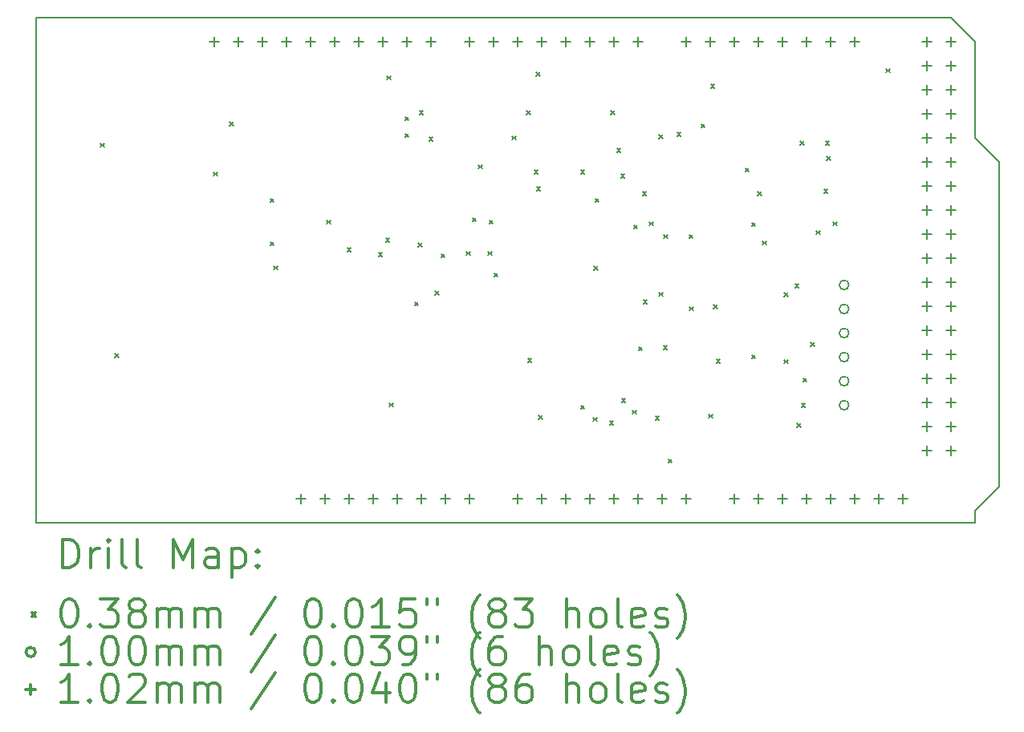
<source format=gbr>
%FSLAX45Y45*%
G04 Gerber Fmt 4.5, Leading zero omitted, Abs format (unit mm)*
G04 Created by KiCad (PCBNEW (5.1.4)-1) date 2020-04-27 13:53:01*
%MOMM*%
%LPD*%
G04 APERTURE LIST*
%ADD10C,0.150000*%
%ADD11C,0.200000*%
%ADD12C,0.300000*%
G04 APERTURE END LIST*
D10*
X20243800Y-12166600D02*
X10337800Y-12166600D01*
X20243800Y-12039600D02*
X20243800Y-12166600D01*
X20497800Y-11785600D02*
X20243800Y-12039600D01*
X20497800Y-8356600D02*
X20497800Y-11785600D01*
X20243800Y-8102600D02*
X20497800Y-8356600D01*
X20243800Y-7086600D02*
X20243800Y-8102600D01*
X19989800Y-6832600D02*
X20243800Y-7086600D01*
X10337800Y-6832600D02*
X19989800Y-6832600D01*
X10337800Y-12166600D02*
X10337800Y-6832600D01*
D11*
X11017250Y-8159750D02*
X11055350Y-8197850D01*
X11055350Y-8159750D02*
X11017250Y-8197850D01*
X11169650Y-10382250D02*
X11207750Y-10420350D01*
X11207750Y-10382250D02*
X11169650Y-10420350D01*
X12211050Y-8464550D02*
X12249150Y-8502650D01*
X12249150Y-8464550D02*
X12211050Y-8502650D01*
X12381230Y-7936230D02*
X12419330Y-7974330D01*
X12419330Y-7936230D02*
X12381230Y-7974330D01*
X12807950Y-8743950D02*
X12846050Y-8782050D01*
X12846050Y-8743950D02*
X12807950Y-8782050D01*
X12807950Y-9201150D02*
X12846050Y-9239250D01*
X12846050Y-9201150D02*
X12807950Y-9239250D01*
X12846050Y-9455150D02*
X12884150Y-9493250D01*
X12884150Y-9455150D02*
X12846050Y-9493250D01*
X13404850Y-8972550D02*
X13442950Y-9010650D01*
X13442950Y-8972550D02*
X13404850Y-9010650D01*
X13620750Y-9264650D02*
X13658850Y-9302750D01*
X13658850Y-9264650D02*
X13620750Y-9302750D01*
X13950950Y-9315450D02*
X13989050Y-9353550D01*
X13989050Y-9315450D02*
X13950950Y-9353550D01*
X14027150Y-9163050D02*
X14065250Y-9201150D01*
X14065250Y-9163050D02*
X14027150Y-9201150D01*
X14039850Y-7448550D02*
X14077950Y-7486650D01*
X14077950Y-7448550D02*
X14039850Y-7486650D01*
X14065250Y-10902950D02*
X14103350Y-10941050D01*
X14103350Y-10902950D02*
X14065250Y-10941050D01*
X14230350Y-7880350D02*
X14268450Y-7918450D01*
X14268450Y-7880350D02*
X14230350Y-7918450D01*
X14230350Y-8058150D02*
X14268450Y-8096250D01*
X14268450Y-8058150D02*
X14230350Y-8096250D01*
X14331950Y-9836150D02*
X14370050Y-9874250D01*
X14370050Y-9836150D02*
X14331950Y-9874250D01*
X14370050Y-9213850D02*
X14408150Y-9251950D01*
X14408150Y-9213850D02*
X14370050Y-9251950D01*
X14382750Y-7816850D02*
X14420850Y-7854950D01*
X14420850Y-7816850D02*
X14382750Y-7854950D01*
X14484350Y-8096250D02*
X14522450Y-8134350D01*
X14522450Y-8096250D02*
X14484350Y-8134350D01*
X14547850Y-9721850D02*
X14585950Y-9759950D01*
X14585950Y-9721850D02*
X14547850Y-9759950D01*
X14611350Y-9328150D02*
X14649450Y-9366250D01*
X14649450Y-9328150D02*
X14611350Y-9366250D01*
X14878050Y-9302750D02*
X14916150Y-9340850D01*
X14916150Y-9302750D02*
X14878050Y-9340850D01*
X14941550Y-8947150D02*
X14979650Y-8985250D01*
X14979650Y-8947150D02*
X14941550Y-8985250D01*
X15005050Y-8388350D02*
X15043150Y-8426450D01*
X15043150Y-8388350D02*
X15005050Y-8426450D01*
X15106650Y-9302750D02*
X15144750Y-9340850D01*
X15144750Y-9302750D02*
X15106650Y-9340850D01*
X15119350Y-8972550D02*
X15157450Y-9010650D01*
X15157450Y-8972550D02*
X15119350Y-9010650D01*
X15170150Y-9531350D02*
X15208250Y-9569450D01*
X15208250Y-9531350D02*
X15170150Y-9569450D01*
X15360650Y-8083550D02*
X15398750Y-8121650D01*
X15398750Y-8083550D02*
X15360650Y-8121650D01*
X15513050Y-7816850D02*
X15551150Y-7854950D01*
X15551150Y-7816850D02*
X15513050Y-7854950D01*
X15525750Y-10433050D02*
X15563850Y-10471150D01*
X15563850Y-10433050D02*
X15525750Y-10471150D01*
X15594330Y-8444230D02*
X15632430Y-8482330D01*
X15632430Y-8444230D02*
X15594330Y-8482330D01*
X15614650Y-7410450D02*
X15652750Y-7448550D01*
X15652750Y-7410450D02*
X15614650Y-7448550D01*
X15617190Y-8622030D02*
X15655290Y-8660130D01*
X15655290Y-8622030D02*
X15617190Y-8660130D01*
X15637510Y-11035030D02*
X15675610Y-11073130D01*
X15675610Y-11035030D02*
X15637510Y-11073130D01*
X16084550Y-8444230D02*
X16122650Y-8482330D01*
X16122650Y-8444230D02*
X16084550Y-8482330D01*
X16084550Y-10928350D02*
X16122650Y-10966450D01*
X16122650Y-10928350D02*
X16084550Y-10966450D01*
X16216630Y-11055350D02*
X16254730Y-11093450D01*
X16254730Y-11055350D02*
X16216630Y-11093450D01*
X16221710Y-9457690D02*
X16259810Y-9495790D01*
X16259810Y-9457690D02*
X16221710Y-9495790D01*
X16236950Y-8743950D02*
X16275050Y-8782050D01*
X16275050Y-8743950D02*
X16236950Y-8782050D01*
X16389350Y-11093450D02*
X16427450Y-11131550D01*
X16427450Y-11093450D02*
X16389350Y-11131550D01*
X16402050Y-7816850D02*
X16440150Y-7854950D01*
X16440150Y-7816850D02*
X16402050Y-7854950D01*
X16463010Y-8213090D02*
X16501110Y-8251190D01*
X16501110Y-8213090D02*
X16463010Y-8251190D01*
X16506190Y-8484870D02*
X16544290Y-8522970D01*
X16544290Y-8484870D02*
X16506190Y-8522970D01*
X16516350Y-10857230D02*
X16554450Y-10895330D01*
X16554450Y-10857230D02*
X16516350Y-10895330D01*
X16630650Y-10979150D02*
X16668750Y-11017250D01*
X16668750Y-10979150D02*
X16630650Y-11017250D01*
X16640810Y-9023350D02*
X16678910Y-9061450D01*
X16678910Y-9023350D02*
X16640810Y-9061450D01*
X16691610Y-10311130D02*
X16729710Y-10349230D01*
X16729710Y-10311130D02*
X16691610Y-10349230D01*
X16734790Y-8670290D02*
X16772890Y-8708390D01*
X16772890Y-8670290D02*
X16734790Y-8708390D01*
X16744950Y-9813290D02*
X16783050Y-9851390D01*
X16783050Y-9813290D02*
X16744950Y-9851390D01*
X16808450Y-8990330D02*
X16846550Y-9028430D01*
X16846550Y-8990330D02*
X16808450Y-9028430D01*
X16869410Y-11042650D02*
X16907510Y-11080750D01*
X16907510Y-11042650D02*
X16869410Y-11080750D01*
X16907510Y-9734550D02*
X16945610Y-9772650D01*
X16945610Y-9734550D02*
X16907510Y-9772650D01*
X16910050Y-8070850D02*
X16948150Y-8108950D01*
X16948150Y-8070850D02*
X16910050Y-8108950D01*
X16955770Y-10298430D02*
X16993870Y-10336530D01*
X16993870Y-10298430D02*
X16955770Y-10336530D01*
X16960850Y-9124950D02*
X16998950Y-9163050D01*
X16998950Y-9124950D02*
X16960850Y-9163050D01*
X17006570Y-11494770D02*
X17044670Y-11532870D01*
X17044670Y-11494770D02*
X17006570Y-11532870D01*
X17100550Y-8045450D02*
X17138650Y-8083550D01*
X17138650Y-8045450D02*
X17100550Y-8083550D01*
X17227550Y-9124950D02*
X17265650Y-9163050D01*
X17265650Y-9124950D02*
X17227550Y-9163050D01*
X17232630Y-9886950D02*
X17270730Y-9925050D01*
X17270730Y-9886950D02*
X17232630Y-9925050D01*
X17354550Y-7956550D02*
X17392650Y-7994650D01*
X17392650Y-7956550D02*
X17354550Y-7994650D01*
X17433290Y-11019790D02*
X17471390Y-11057890D01*
X17471390Y-11019790D02*
X17433290Y-11057890D01*
X17456150Y-7537450D02*
X17494250Y-7575550D01*
X17494250Y-7537450D02*
X17456150Y-7575550D01*
X17486630Y-9864090D02*
X17524730Y-9902190D01*
X17524730Y-9864090D02*
X17486630Y-9902190D01*
X17514570Y-10440670D02*
X17552670Y-10478770D01*
X17552670Y-10440670D02*
X17514570Y-10478770D01*
X17819370Y-8421370D02*
X17857470Y-8459470D01*
X17857470Y-8421370D02*
X17819370Y-8459470D01*
X17887950Y-8997950D02*
X17926050Y-9036050D01*
X17926050Y-8997950D02*
X17887950Y-9036050D01*
X17887950Y-10394950D02*
X17926050Y-10433050D01*
X17926050Y-10394950D02*
X17887950Y-10433050D01*
X17951450Y-8670290D02*
X17989550Y-8708390D01*
X17989550Y-8670290D02*
X17951450Y-8708390D01*
X18002202Y-9190942D02*
X18040302Y-9229042D01*
X18040302Y-9190942D02*
X18002202Y-9229042D01*
X18229467Y-9736953D02*
X18267567Y-9775053D01*
X18267567Y-9736953D02*
X18229467Y-9775053D01*
X18230850Y-10445750D02*
X18268950Y-10483850D01*
X18268950Y-10445750D02*
X18230850Y-10483850D01*
X18342610Y-9643110D02*
X18380710Y-9681210D01*
X18380710Y-9643110D02*
X18342610Y-9681210D01*
X18365470Y-11118850D02*
X18403570Y-11156950D01*
X18403570Y-11118850D02*
X18365470Y-11156950D01*
X18401030Y-8139430D02*
X18439130Y-8177530D01*
X18439130Y-8139430D02*
X18401030Y-8177530D01*
X18413730Y-10908030D02*
X18451830Y-10946130D01*
X18451830Y-10908030D02*
X18413730Y-10946130D01*
X18428970Y-10638790D02*
X18467070Y-10676890D01*
X18467070Y-10638790D02*
X18428970Y-10676890D01*
X18507710Y-10262870D02*
X18545810Y-10300970D01*
X18545810Y-10262870D02*
X18507710Y-10300970D01*
X18570570Y-9081770D02*
X18608670Y-9119870D01*
X18608670Y-9081770D02*
X18570570Y-9119870D01*
X18649950Y-8644890D02*
X18688050Y-8682990D01*
X18688050Y-8644890D02*
X18649950Y-8682990D01*
X18667730Y-8136890D02*
X18705830Y-8174990D01*
X18705830Y-8136890D02*
X18667730Y-8174990D01*
X18677890Y-8296910D02*
X18715990Y-8335010D01*
X18715990Y-8296910D02*
X18677890Y-8335010D01*
X18744950Y-8986770D02*
X18783050Y-9024870D01*
X18783050Y-8986770D02*
X18744950Y-9024870D01*
X19305270Y-7369810D02*
X19343370Y-7407910D01*
X19343370Y-7369810D02*
X19305270Y-7407910D01*
X18912040Y-9654540D02*
G75*
G03X18912040Y-9654540I-50000J0D01*
G01*
X18912040Y-9908540D02*
G75*
G03X18912040Y-9908540I-50000J0D01*
G01*
X18912040Y-10162540D02*
G75*
G03X18912040Y-10162540I-50000J0D01*
G01*
X18912040Y-10416540D02*
G75*
G03X18912040Y-10416540I-50000J0D01*
G01*
X18912040Y-10670540D02*
G75*
G03X18912040Y-10670540I-50000J0D01*
G01*
X18912040Y-10924540D02*
G75*
G03X18912040Y-10924540I-50000J0D01*
G01*
X15417800Y-11861800D02*
X15417800Y-11963400D01*
X15367000Y-11912600D02*
X15468600Y-11912600D01*
X15671800Y-11861800D02*
X15671800Y-11963400D01*
X15621000Y-11912600D02*
X15722600Y-11912600D01*
X15925800Y-11861800D02*
X15925800Y-11963400D01*
X15875000Y-11912600D02*
X15976600Y-11912600D01*
X16179800Y-11861800D02*
X16179800Y-11963400D01*
X16129000Y-11912600D02*
X16230600Y-11912600D01*
X16433800Y-11861800D02*
X16433800Y-11963400D01*
X16383000Y-11912600D02*
X16484600Y-11912600D01*
X16687800Y-11861800D02*
X16687800Y-11963400D01*
X16637000Y-11912600D02*
X16738600Y-11912600D01*
X16941800Y-11861800D02*
X16941800Y-11963400D01*
X16891000Y-11912600D02*
X16992600Y-11912600D01*
X17195800Y-11861800D02*
X17195800Y-11963400D01*
X17145000Y-11912600D02*
X17246600Y-11912600D01*
X17195800Y-7035800D02*
X17195800Y-7137400D01*
X17145000Y-7086600D02*
X17246600Y-7086600D01*
X17449800Y-7035800D02*
X17449800Y-7137400D01*
X17399000Y-7086600D02*
X17500600Y-7086600D01*
X17703800Y-7035800D02*
X17703800Y-7137400D01*
X17653000Y-7086600D02*
X17754600Y-7086600D01*
X17957800Y-7035800D02*
X17957800Y-7137400D01*
X17907000Y-7086600D02*
X18008600Y-7086600D01*
X18211800Y-7035800D02*
X18211800Y-7137400D01*
X18161000Y-7086600D02*
X18262600Y-7086600D01*
X18465800Y-7035800D02*
X18465800Y-7137400D01*
X18415000Y-7086600D02*
X18516600Y-7086600D01*
X18719800Y-7035800D02*
X18719800Y-7137400D01*
X18669000Y-7086600D02*
X18770600Y-7086600D01*
X18973800Y-7035800D02*
X18973800Y-7137400D01*
X18923000Y-7086600D02*
X19024600Y-7086600D01*
X17703800Y-11861800D02*
X17703800Y-11963400D01*
X17653000Y-11912600D02*
X17754600Y-11912600D01*
X17957800Y-11861800D02*
X17957800Y-11963400D01*
X17907000Y-11912600D02*
X18008600Y-11912600D01*
X18211800Y-11861800D02*
X18211800Y-11963400D01*
X18161000Y-11912600D02*
X18262600Y-11912600D01*
X18465800Y-11861800D02*
X18465800Y-11963400D01*
X18415000Y-11912600D02*
X18516600Y-11912600D01*
X18719800Y-11861800D02*
X18719800Y-11963400D01*
X18669000Y-11912600D02*
X18770600Y-11912600D01*
X18973800Y-11861800D02*
X18973800Y-11963400D01*
X18923000Y-11912600D02*
X19024600Y-11912600D01*
X19227800Y-11861800D02*
X19227800Y-11963400D01*
X19177000Y-11912600D02*
X19278600Y-11912600D01*
X19481800Y-11861800D02*
X19481800Y-11963400D01*
X19431000Y-11912600D02*
X19532600Y-11912600D01*
X19735800Y-7035800D02*
X19735800Y-7137400D01*
X19685000Y-7086600D02*
X19786600Y-7086600D01*
X19735800Y-7289800D02*
X19735800Y-7391400D01*
X19685000Y-7340600D02*
X19786600Y-7340600D01*
X19735800Y-7543800D02*
X19735800Y-7645400D01*
X19685000Y-7594600D02*
X19786600Y-7594600D01*
X19735800Y-7797800D02*
X19735800Y-7899400D01*
X19685000Y-7848600D02*
X19786600Y-7848600D01*
X19735800Y-8051800D02*
X19735800Y-8153400D01*
X19685000Y-8102600D02*
X19786600Y-8102600D01*
X19735800Y-8305800D02*
X19735800Y-8407400D01*
X19685000Y-8356600D02*
X19786600Y-8356600D01*
X19735800Y-8559800D02*
X19735800Y-8661400D01*
X19685000Y-8610600D02*
X19786600Y-8610600D01*
X19735800Y-8813800D02*
X19735800Y-8915400D01*
X19685000Y-8864600D02*
X19786600Y-8864600D01*
X19735800Y-9067800D02*
X19735800Y-9169400D01*
X19685000Y-9118600D02*
X19786600Y-9118600D01*
X19735800Y-9321800D02*
X19735800Y-9423400D01*
X19685000Y-9372600D02*
X19786600Y-9372600D01*
X19735800Y-9575800D02*
X19735800Y-9677400D01*
X19685000Y-9626600D02*
X19786600Y-9626600D01*
X19735800Y-9829800D02*
X19735800Y-9931400D01*
X19685000Y-9880600D02*
X19786600Y-9880600D01*
X19735800Y-10083800D02*
X19735800Y-10185400D01*
X19685000Y-10134600D02*
X19786600Y-10134600D01*
X19735800Y-10337800D02*
X19735800Y-10439400D01*
X19685000Y-10388600D02*
X19786600Y-10388600D01*
X19735800Y-10591800D02*
X19735800Y-10693400D01*
X19685000Y-10642600D02*
X19786600Y-10642600D01*
X19735800Y-10845800D02*
X19735800Y-10947400D01*
X19685000Y-10896600D02*
X19786600Y-10896600D01*
X19735800Y-11099800D02*
X19735800Y-11201400D01*
X19685000Y-11150600D02*
X19786600Y-11150600D01*
X19735800Y-11353800D02*
X19735800Y-11455400D01*
X19685000Y-11404600D02*
X19786600Y-11404600D01*
X19989800Y-7035800D02*
X19989800Y-7137400D01*
X19939000Y-7086600D02*
X20040600Y-7086600D01*
X19989800Y-7289800D02*
X19989800Y-7391400D01*
X19939000Y-7340600D02*
X20040600Y-7340600D01*
X19989800Y-7543800D02*
X19989800Y-7645400D01*
X19939000Y-7594600D02*
X20040600Y-7594600D01*
X19989800Y-7797800D02*
X19989800Y-7899400D01*
X19939000Y-7848600D02*
X20040600Y-7848600D01*
X19989800Y-8051800D02*
X19989800Y-8153400D01*
X19939000Y-8102600D02*
X20040600Y-8102600D01*
X19989800Y-8305800D02*
X19989800Y-8407400D01*
X19939000Y-8356600D02*
X20040600Y-8356600D01*
X19989800Y-8559800D02*
X19989800Y-8661400D01*
X19939000Y-8610600D02*
X20040600Y-8610600D01*
X19989800Y-8813800D02*
X19989800Y-8915400D01*
X19939000Y-8864600D02*
X20040600Y-8864600D01*
X19989800Y-9067800D02*
X19989800Y-9169400D01*
X19939000Y-9118600D02*
X20040600Y-9118600D01*
X19989800Y-9321800D02*
X19989800Y-9423400D01*
X19939000Y-9372600D02*
X20040600Y-9372600D01*
X19989800Y-9575800D02*
X19989800Y-9677400D01*
X19939000Y-9626600D02*
X20040600Y-9626600D01*
X19989800Y-9829800D02*
X19989800Y-9931400D01*
X19939000Y-9880600D02*
X20040600Y-9880600D01*
X19989800Y-10083800D02*
X19989800Y-10185400D01*
X19939000Y-10134600D02*
X20040600Y-10134600D01*
X19989800Y-10337800D02*
X19989800Y-10439400D01*
X19939000Y-10388600D02*
X20040600Y-10388600D01*
X19989800Y-10591800D02*
X19989800Y-10693400D01*
X19939000Y-10642600D02*
X20040600Y-10642600D01*
X19989800Y-10845800D02*
X19989800Y-10947400D01*
X19939000Y-10896600D02*
X20040600Y-10896600D01*
X19989800Y-11099800D02*
X19989800Y-11201400D01*
X19939000Y-11150600D02*
X20040600Y-11150600D01*
X19989800Y-11353800D02*
X19989800Y-11455400D01*
X19939000Y-11404600D02*
X20040600Y-11404600D01*
X14909800Y-7035800D02*
X14909800Y-7137400D01*
X14859000Y-7086600D02*
X14960600Y-7086600D01*
X15163800Y-7035800D02*
X15163800Y-7137400D01*
X15113000Y-7086600D02*
X15214600Y-7086600D01*
X15417800Y-7035800D02*
X15417800Y-7137400D01*
X15367000Y-7086600D02*
X15468600Y-7086600D01*
X15671800Y-7035800D02*
X15671800Y-7137400D01*
X15621000Y-7086600D02*
X15722600Y-7086600D01*
X15925800Y-7035800D02*
X15925800Y-7137400D01*
X15875000Y-7086600D02*
X15976600Y-7086600D01*
X16179800Y-7035800D02*
X16179800Y-7137400D01*
X16129000Y-7086600D02*
X16230600Y-7086600D01*
X16433800Y-7035800D02*
X16433800Y-7137400D01*
X16383000Y-7086600D02*
X16484600Y-7086600D01*
X16687800Y-7035800D02*
X16687800Y-7137400D01*
X16637000Y-7086600D02*
X16738600Y-7086600D01*
X13131800Y-11861800D02*
X13131800Y-11963400D01*
X13081000Y-11912600D02*
X13182600Y-11912600D01*
X13385800Y-11861800D02*
X13385800Y-11963400D01*
X13335000Y-11912600D02*
X13436600Y-11912600D01*
X13639800Y-11861800D02*
X13639800Y-11963400D01*
X13589000Y-11912600D02*
X13690600Y-11912600D01*
X13893800Y-11861800D02*
X13893800Y-11963400D01*
X13843000Y-11912600D02*
X13944600Y-11912600D01*
X14147800Y-11861800D02*
X14147800Y-11963400D01*
X14097000Y-11912600D02*
X14198600Y-11912600D01*
X14401800Y-11861800D02*
X14401800Y-11963400D01*
X14351000Y-11912600D02*
X14452600Y-11912600D01*
X14655800Y-11861800D02*
X14655800Y-11963400D01*
X14605000Y-11912600D02*
X14706600Y-11912600D01*
X14909800Y-11861800D02*
X14909800Y-11963400D01*
X14859000Y-11912600D02*
X14960600Y-11912600D01*
X12217400Y-7035800D02*
X12217400Y-7137400D01*
X12166600Y-7086600D02*
X12268200Y-7086600D01*
X12471400Y-7035800D02*
X12471400Y-7137400D01*
X12420600Y-7086600D02*
X12522200Y-7086600D01*
X12725400Y-7035800D02*
X12725400Y-7137400D01*
X12674600Y-7086600D02*
X12776200Y-7086600D01*
X12979400Y-7035800D02*
X12979400Y-7137400D01*
X12928600Y-7086600D02*
X13030200Y-7086600D01*
X13233400Y-7035800D02*
X13233400Y-7137400D01*
X13182600Y-7086600D02*
X13284200Y-7086600D01*
X13487400Y-7035800D02*
X13487400Y-7137400D01*
X13436600Y-7086600D02*
X13538200Y-7086600D01*
X13741400Y-7035800D02*
X13741400Y-7137400D01*
X13690600Y-7086600D02*
X13792200Y-7086600D01*
X13995400Y-7035800D02*
X13995400Y-7137400D01*
X13944600Y-7086600D02*
X14046200Y-7086600D01*
X14249400Y-7035800D02*
X14249400Y-7137400D01*
X14198600Y-7086600D02*
X14300200Y-7086600D01*
X14503400Y-7035800D02*
X14503400Y-7137400D01*
X14452600Y-7086600D02*
X14554200Y-7086600D01*
D12*
X10616728Y-12639814D02*
X10616728Y-12339814D01*
X10688157Y-12339814D01*
X10731014Y-12354100D01*
X10759586Y-12382671D01*
X10773871Y-12411243D01*
X10788157Y-12468386D01*
X10788157Y-12511243D01*
X10773871Y-12568386D01*
X10759586Y-12596957D01*
X10731014Y-12625529D01*
X10688157Y-12639814D01*
X10616728Y-12639814D01*
X10916728Y-12639814D02*
X10916728Y-12439814D01*
X10916728Y-12496957D02*
X10931014Y-12468386D01*
X10945300Y-12454100D01*
X10973871Y-12439814D01*
X11002443Y-12439814D01*
X11102443Y-12639814D02*
X11102443Y-12439814D01*
X11102443Y-12339814D02*
X11088157Y-12354100D01*
X11102443Y-12368386D01*
X11116728Y-12354100D01*
X11102443Y-12339814D01*
X11102443Y-12368386D01*
X11288157Y-12639814D02*
X11259586Y-12625529D01*
X11245300Y-12596957D01*
X11245300Y-12339814D01*
X11445300Y-12639814D02*
X11416728Y-12625529D01*
X11402443Y-12596957D01*
X11402443Y-12339814D01*
X11788157Y-12639814D02*
X11788157Y-12339814D01*
X11888157Y-12554100D01*
X11988157Y-12339814D01*
X11988157Y-12639814D01*
X12259586Y-12639814D02*
X12259586Y-12482671D01*
X12245300Y-12454100D01*
X12216728Y-12439814D01*
X12159586Y-12439814D01*
X12131014Y-12454100D01*
X12259586Y-12625529D02*
X12231014Y-12639814D01*
X12159586Y-12639814D01*
X12131014Y-12625529D01*
X12116728Y-12596957D01*
X12116728Y-12568386D01*
X12131014Y-12539814D01*
X12159586Y-12525529D01*
X12231014Y-12525529D01*
X12259586Y-12511243D01*
X12402443Y-12439814D02*
X12402443Y-12739814D01*
X12402443Y-12454100D02*
X12431014Y-12439814D01*
X12488157Y-12439814D01*
X12516728Y-12454100D01*
X12531014Y-12468386D01*
X12545300Y-12496957D01*
X12545300Y-12582671D01*
X12531014Y-12611243D01*
X12516728Y-12625529D01*
X12488157Y-12639814D01*
X12431014Y-12639814D01*
X12402443Y-12625529D01*
X12673871Y-12611243D02*
X12688157Y-12625529D01*
X12673871Y-12639814D01*
X12659586Y-12625529D01*
X12673871Y-12611243D01*
X12673871Y-12639814D01*
X12673871Y-12454100D02*
X12688157Y-12468386D01*
X12673871Y-12482671D01*
X12659586Y-12468386D01*
X12673871Y-12454100D01*
X12673871Y-12482671D01*
X10292200Y-13115050D02*
X10330300Y-13153150D01*
X10330300Y-13115050D02*
X10292200Y-13153150D01*
X10673871Y-12969814D02*
X10702443Y-12969814D01*
X10731014Y-12984100D01*
X10745300Y-12998386D01*
X10759586Y-13026957D01*
X10773871Y-13084100D01*
X10773871Y-13155529D01*
X10759586Y-13212671D01*
X10745300Y-13241243D01*
X10731014Y-13255529D01*
X10702443Y-13269814D01*
X10673871Y-13269814D01*
X10645300Y-13255529D01*
X10631014Y-13241243D01*
X10616728Y-13212671D01*
X10602443Y-13155529D01*
X10602443Y-13084100D01*
X10616728Y-13026957D01*
X10631014Y-12998386D01*
X10645300Y-12984100D01*
X10673871Y-12969814D01*
X10902443Y-13241243D02*
X10916728Y-13255529D01*
X10902443Y-13269814D01*
X10888157Y-13255529D01*
X10902443Y-13241243D01*
X10902443Y-13269814D01*
X11016728Y-12969814D02*
X11202443Y-12969814D01*
X11102443Y-13084100D01*
X11145300Y-13084100D01*
X11173871Y-13098386D01*
X11188157Y-13112671D01*
X11202443Y-13141243D01*
X11202443Y-13212671D01*
X11188157Y-13241243D01*
X11173871Y-13255529D01*
X11145300Y-13269814D01*
X11059586Y-13269814D01*
X11031014Y-13255529D01*
X11016728Y-13241243D01*
X11373871Y-13098386D02*
X11345300Y-13084100D01*
X11331014Y-13069814D01*
X11316728Y-13041243D01*
X11316728Y-13026957D01*
X11331014Y-12998386D01*
X11345300Y-12984100D01*
X11373871Y-12969814D01*
X11431014Y-12969814D01*
X11459586Y-12984100D01*
X11473871Y-12998386D01*
X11488157Y-13026957D01*
X11488157Y-13041243D01*
X11473871Y-13069814D01*
X11459586Y-13084100D01*
X11431014Y-13098386D01*
X11373871Y-13098386D01*
X11345300Y-13112671D01*
X11331014Y-13126957D01*
X11316728Y-13155529D01*
X11316728Y-13212671D01*
X11331014Y-13241243D01*
X11345300Y-13255529D01*
X11373871Y-13269814D01*
X11431014Y-13269814D01*
X11459586Y-13255529D01*
X11473871Y-13241243D01*
X11488157Y-13212671D01*
X11488157Y-13155529D01*
X11473871Y-13126957D01*
X11459586Y-13112671D01*
X11431014Y-13098386D01*
X11616728Y-13269814D02*
X11616728Y-13069814D01*
X11616728Y-13098386D02*
X11631014Y-13084100D01*
X11659586Y-13069814D01*
X11702443Y-13069814D01*
X11731014Y-13084100D01*
X11745300Y-13112671D01*
X11745300Y-13269814D01*
X11745300Y-13112671D02*
X11759586Y-13084100D01*
X11788157Y-13069814D01*
X11831014Y-13069814D01*
X11859586Y-13084100D01*
X11873871Y-13112671D01*
X11873871Y-13269814D01*
X12016728Y-13269814D02*
X12016728Y-13069814D01*
X12016728Y-13098386D02*
X12031014Y-13084100D01*
X12059586Y-13069814D01*
X12102443Y-13069814D01*
X12131014Y-13084100D01*
X12145300Y-13112671D01*
X12145300Y-13269814D01*
X12145300Y-13112671D02*
X12159586Y-13084100D01*
X12188157Y-13069814D01*
X12231014Y-13069814D01*
X12259586Y-13084100D01*
X12273871Y-13112671D01*
X12273871Y-13269814D01*
X12859586Y-12955529D02*
X12602443Y-13341243D01*
X13245300Y-12969814D02*
X13273871Y-12969814D01*
X13302443Y-12984100D01*
X13316728Y-12998386D01*
X13331014Y-13026957D01*
X13345300Y-13084100D01*
X13345300Y-13155529D01*
X13331014Y-13212671D01*
X13316728Y-13241243D01*
X13302443Y-13255529D01*
X13273871Y-13269814D01*
X13245300Y-13269814D01*
X13216728Y-13255529D01*
X13202443Y-13241243D01*
X13188157Y-13212671D01*
X13173871Y-13155529D01*
X13173871Y-13084100D01*
X13188157Y-13026957D01*
X13202443Y-12998386D01*
X13216728Y-12984100D01*
X13245300Y-12969814D01*
X13473871Y-13241243D02*
X13488157Y-13255529D01*
X13473871Y-13269814D01*
X13459586Y-13255529D01*
X13473871Y-13241243D01*
X13473871Y-13269814D01*
X13673871Y-12969814D02*
X13702443Y-12969814D01*
X13731014Y-12984100D01*
X13745300Y-12998386D01*
X13759586Y-13026957D01*
X13773871Y-13084100D01*
X13773871Y-13155529D01*
X13759586Y-13212671D01*
X13745300Y-13241243D01*
X13731014Y-13255529D01*
X13702443Y-13269814D01*
X13673871Y-13269814D01*
X13645300Y-13255529D01*
X13631014Y-13241243D01*
X13616728Y-13212671D01*
X13602443Y-13155529D01*
X13602443Y-13084100D01*
X13616728Y-13026957D01*
X13631014Y-12998386D01*
X13645300Y-12984100D01*
X13673871Y-12969814D01*
X14059586Y-13269814D02*
X13888157Y-13269814D01*
X13973871Y-13269814D02*
X13973871Y-12969814D01*
X13945300Y-13012671D01*
X13916728Y-13041243D01*
X13888157Y-13055529D01*
X14331014Y-12969814D02*
X14188157Y-12969814D01*
X14173871Y-13112671D01*
X14188157Y-13098386D01*
X14216728Y-13084100D01*
X14288157Y-13084100D01*
X14316728Y-13098386D01*
X14331014Y-13112671D01*
X14345300Y-13141243D01*
X14345300Y-13212671D01*
X14331014Y-13241243D01*
X14316728Y-13255529D01*
X14288157Y-13269814D01*
X14216728Y-13269814D01*
X14188157Y-13255529D01*
X14173871Y-13241243D01*
X14459586Y-12969814D02*
X14459586Y-13026957D01*
X14573871Y-12969814D02*
X14573871Y-13026957D01*
X15016728Y-13384100D02*
X15002443Y-13369814D01*
X14973871Y-13326957D01*
X14959586Y-13298386D01*
X14945300Y-13255529D01*
X14931014Y-13184100D01*
X14931014Y-13126957D01*
X14945300Y-13055529D01*
X14959586Y-13012671D01*
X14973871Y-12984100D01*
X15002443Y-12941243D01*
X15016728Y-12926957D01*
X15173871Y-13098386D02*
X15145300Y-13084100D01*
X15131014Y-13069814D01*
X15116728Y-13041243D01*
X15116728Y-13026957D01*
X15131014Y-12998386D01*
X15145300Y-12984100D01*
X15173871Y-12969814D01*
X15231014Y-12969814D01*
X15259586Y-12984100D01*
X15273871Y-12998386D01*
X15288157Y-13026957D01*
X15288157Y-13041243D01*
X15273871Y-13069814D01*
X15259586Y-13084100D01*
X15231014Y-13098386D01*
X15173871Y-13098386D01*
X15145300Y-13112671D01*
X15131014Y-13126957D01*
X15116728Y-13155529D01*
X15116728Y-13212671D01*
X15131014Y-13241243D01*
X15145300Y-13255529D01*
X15173871Y-13269814D01*
X15231014Y-13269814D01*
X15259586Y-13255529D01*
X15273871Y-13241243D01*
X15288157Y-13212671D01*
X15288157Y-13155529D01*
X15273871Y-13126957D01*
X15259586Y-13112671D01*
X15231014Y-13098386D01*
X15388157Y-12969814D02*
X15573871Y-12969814D01*
X15473871Y-13084100D01*
X15516728Y-13084100D01*
X15545300Y-13098386D01*
X15559586Y-13112671D01*
X15573871Y-13141243D01*
X15573871Y-13212671D01*
X15559586Y-13241243D01*
X15545300Y-13255529D01*
X15516728Y-13269814D01*
X15431014Y-13269814D01*
X15402443Y-13255529D01*
X15388157Y-13241243D01*
X15931014Y-13269814D02*
X15931014Y-12969814D01*
X16059586Y-13269814D02*
X16059586Y-13112671D01*
X16045300Y-13084100D01*
X16016728Y-13069814D01*
X15973871Y-13069814D01*
X15945300Y-13084100D01*
X15931014Y-13098386D01*
X16245300Y-13269814D02*
X16216728Y-13255529D01*
X16202443Y-13241243D01*
X16188157Y-13212671D01*
X16188157Y-13126957D01*
X16202443Y-13098386D01*
X16216728Y-13084100D01*
X16245300Y-13069814D01*
X16288157Y-13069814D01*
X16316728Y-13084100D01*
X16331014Y-13098386D01*
X16345300Y-13126957D01*
X16345300Y-13212671D01*
X16331014Y-13241243D01*
X16316728Y-13255529D01*
X16288157Y-13269814D01*
X16245300Y-13269814D01*
X16516728Y-13269814D02*
X16488157Y-13255529D01*
X16473871Y-13226957D01*
X16473871Y-12969814D01*
X16745300Y-13255529D02*
X16716728Y-13269814D01*
X16659586Y-13269814D01*
X16631014Y-13255529D01*
X16616728Y-13226957D01*
X16616728Y-13112671D01*
X16631014Y-13084100D01*
X16659586Y-13069814D01*
X16716728Y-13069814D01*
X16745300Y-13084100D01*
X16759586Y-13112671D01*
X16759586Y-13141243D01*
X16616728Y-13169814D01*
X16873871Y-13255529D02*
X16902443Y-13269814D01*
X16959586Y-13269814D01*
X16988157Y-13255529D01*
X17002443Y-13226957D01*
X17002443Y-13212671D01*
X16988157Y-13184100D01*
X16959586Y-13169814D01*
X16916728Y-13169814D01*
X16888157Y-13155529D01*
X16873871Y-13126957D01*
X16873871Y-13112671D01*
X16888157Y-13084100D01*
X16916728Y-13069814D01*
X16959586Y-13069814D01*
X16988157Y-13084100D01*
X17102443Y-13384100D02*
X17116728Y-13369814D01*
X17145300Y-13326957D01*
X17159586Y-13298386D01*
X17173871Y-13255529D01*
X17188157Y-13184100D01*
X17188157Y-13126957D01*
X17173871Y-13055529D01*
X17159586Y-13012671D01*
X17145300Y-12984100D01*
X17116728Y-12941243D01*
X17102443Y-12926957D01*
X10330300Y-13530100D02*
G75*
G03X10330300Y-13530100I-50000J0D01*
G01*
X10773871Y-13665814D02*
X10602443Y-13665814D01*
X10688157Y-13665814D02*
X10688157Y-13365814D01*
X10659586Y-13408671D01*
X10631014Y-13437243D01*
X10602443Y-13451529D01*
X10902443Y-13637243D02*
X10916728Y-13651529D01*
X10902443Y-13665814D01*
X10888157Y-13651529D01*
X10902443Y-13637243D01*
X10902443Y-13665814D01*
X11102443Y-13365814D02*
X11131014Y-13365814D01*
X11159586Y-13380100D01*
X11173871Y-13394386D01*
X11188157Y-13422957D01*
X11202443Y-13480100D01*
X11202443Y-13551529D01*
X11188157Y-13608671D01*
X11173871Y-13637243D01*
X11159586Y-13651529D01*
X11131014Y-13665814D01*
X11102443Y-13665814D01*
X11073871Y-13651529D01*
X11059586Y-13637243D01*
X11045300Y-13608671D01*
X11031014Y-13551529D01*
X11031014Y-13480100D01*
X11045300Y-13422957D01*
X11059586Y-13394386D01*
X11073871Y-13380100D01*
X11102443Y-13365814D01*
X11388157Y-13365814D02*
X11416728Y-13365814D01*
X11445300Y-13380100D01*
X11459586Y-13394386D01*
X11473871Y-13422957D01*
X11488157Y-13480100D01*
X11488157Y-13551529D01*
X11473871Y-13608671D01*
X11459586Y-13637243D01*
X11445300Y-13651529D01*
X11416728Y-13665814D01*
X11388157Y-13665814D01*
X11359586Y-13651529D01*
X11345300Y-13637243D01*
X11331014Y-13608671D01*
X11316728Y-13551529D01*
X11316728Y-13480100D01*
X11331014Y-13422957D01*
X11345300Y-13394386D01*
X11359586Y-13380100D01*
X11388157Y-13365814D01*
X11616728Y-13665814D02*
X11616728Y-13465814D01*
X11616728Y-13494386D02*
X11631014Y-13480100D01*
X11659586Y-13465814D01*
X11702443Y-13465814D01*
X11731014Y-13480100D01*
X11745300Y-13508671D01*
X11745300Y-13665814D01*
X11745300Y-13508671D02*
X11759586Y-13480100D01*
X11788157Y-13465814D01*
X11831014Y-13465814D01*
X11859586Y-13480100D01*
X11873871Y-13508671D01*
X11873871Y-13665814D01*
X12016728Y-13665814D02*
X12016728Y-13465814D01*
X12016728Y-13494386D02*
X12031014Y-13480100D01*
X12059586Y-13465814D01*
X12102443Y-13465814D01*
X12131014Y-13480100D01*
X12145300Y-13508671D01*
X12145300Y-13665814D01*
X12145300Y-13508671D02*
X12159586Y-13480100D01*
X12188157Y-13465814D01*
X12231014Y-13465814D01*
X12259586Y-13480100D01*
X12273871Y-13508671D01*
X12273871Y-13665814D01*
X12859586Y-13351529D02*
X12602443Y-13737243D01*
X13245300Y-13365814D02*
X13273871Y-13365814D01*
X13302443Y-13380100D01*
X13316728Y-13394386D01*
X13331014Y-13422957D01*
X13345300Y-13480100D01*
X13345300Y-13551529D01*
X13331014Y-13608671D01*
X13316728Y-13637243D01*
X13302443Y-13651529D01*
X13273871Y-13665814D01*
X13245300Y-13665814D01*
X13216728Y-13651529D01*
X13202443Y-13637243D01*
X13188157Y-13608671D01*
X13173871Y-13551529D01*
X13173871Y-13480100D01*
X13188157Y-13422957D01*
X13202443Y-13394386D01*
X13216728Y-13380100D01*
X13245300Y-13365814D01*
X13473871Y-13637243D02*
X13488157Y-13651529D01*
X13473871Y-13665814D01*
X13459586Y-13651529D01*
X13473871Y-13637243D01*
X13473871Y-13665814D01*
X13673871Y-13365814D02*
X13702443Y-13365814D01*
X13731014Y-13380100D01*
X13745300Y-13394386D01*
X13759586Y-13422957D01*
X13773871Y-13480100D01*
X13773871Y-13551529D01*
X13759586Y-13608671D01*
X13745300Y-13637243D01*
X13731014Y-13651529D01*
X13702443Y-13665814D01*
X13673871Y-13665814D01*
X13645300Y-13651529D01*
X13631014Y-13637243D01*
X13616728Y-13608671D01*
X13602443Y-13551529D01*
X13602443Y-13480100D01*
X13616728Y-13422957D01*
X13631014Y-13394386D01*
X13645300Y-13380100D01*
X13673871Y-13365814D01*
X13873871Y-13365814D02*
X14059586Y-13365814D01*
X13959586Y-13480100D01*
X14002443Y-13480100D01*
X14031014Y-13494386D01*
X14045300Y-13508671D01*
X14059586Y-13537243D01*
X14059586Y-13608671D01*
X14045300Y-13637243D01*
X14031014Y-13651529D01*
X14002443Y-13665814D01*
X13916728Y-13665814D01*
X13888157Y-13651529D01*
X13873871Y-13637243D01*
X14202443Y-13665814D02*
X14259586Y-13665814D01*
X14288157Y-13651529D01*
X14302443Y-13637243D01*
X14331014Y-13594386D01*
X14345300Y-13537243D01*
X14345300Y-13422957D01*
X14331014Y-13394386D01*
X14316728Y-13380100D01*
X14288157Y-13365814D01*
X14231014Y-13365814D01*
X14202443Y-13380100D01*
X14188157Y-13394386D01*
X14173871Y-13422957D01*
X14173871Y-13494386D01*
X14188157Y-13522957D01*
X14202443Y-13537243D01*
X14231014Y-13551529D01*
X14288157Y-13551529D01*
X14316728Y-13537243D01*
X14331014Y-13522957D01*
X14345300Y-13494386D01*
X14459586Y-13365814D02*
X14459586Y-13422957D01*
X14573871Y-13365814D02*
X14573871Y-13422957D01*
X15016728Y-13780100D02*
X15002443Y-13765814D01*
X14973871Y-13722957D01*
X14959586Y-13694386D01*
X14945300Y-13651529D01*
X14931014Y-13580100D01*
X14931014Y-13522957D01*
X14945300Y-13451529D01*
X14959586Y-13408671D01*
X14973871Y-13380100D01*
X15002443Y-13337243D01*
X15016728Y-13322957D01*
X15259586Y-13365814D02*
X15202443Y-13365814D01*
X15173871Y-13380100D01*
X15159586Y-13394386D01*
X15131014Y-13437243D01*
X15116728Y-13494386D01*
X15116728Y-13608671D01*
X15131014Y-13637243D01*
X15145300Y-13651529D01*
X15173871Y-13665814D01*
X15231014Y-13665814D01*
X15259586Y-13651529D01*
X15273871Y-13637243D01*
X15288157Y-13608671D01*
X15288157Y-13537243D01*
X15273871Y-13508671D01*
X15259586Y-13494386D01*
X15231014Y-13480100D01*
X15173871Y-13480100D01*
X15145300Y-13494386D01*
X15131014Y-13508671D01*
X15116728Y-13537243D01*
X15645300Y-13665814D02*
X15645300Y-13365814D01*
X15773871Y-13665814D02*
X15773871Y-13508671D01*
X15759586Y-13480100D01*
X15731014Y-13465814D01*
X15688157Y-13465814D01*
X15659586Y-13480100D01*
X15645300Y-13494386D01*
X15959586Y-13665814D02*
X15931014Y-13651529D01*
X15916728Y-13637243D01*
X15902443Y-13608671D01*
X15902443Y-13522957D01*
X15916728Y-13494386D01*
X15931014Y-13480100D01*
X15959586Y-13465814D01*
X16002443Y-13465814D01*
X16031014Y-13480100D01*
X16045300Y-13494386D01*
X16059586Y-13522957D01*
X16059586Y-13608671D01*
X16045300Y-13637243D01*
X16031014Y-13651529D01*
X16002443Y-13665814D01*
X15959586Y-13665814D01*
X16231014Y-13665814D02*
X16202443Y-13651529D01*
X16188157Y-13622957D01*
X16188157Y-13365814D01*
X16459586Y-13651529D02*
X16431014Y-13665814D01*
X16373871Y-13665814D01*
X16345300Y-13651529D01*
X16331014Y-13622957D01*
X16331014Y-13508671D01*
X16345300Y-13480100D01*
X16373871Y-13465814D01*
X16431014Y-13465814D01*
X16459586Y-13480100D01*
X16473871Y-13508671D01*
X16473871Y-13537243D01*
X16331014Y-13565814D01*
X16588157Y-13651529D02*
X16616728Y-13665814D01*
X16673871Y-13665814D01*
X16702443Y-13651529D01*
X16716728Y-13622957D01*
X16716728Y-13608671D01*
X16702443Y-13580100D01*
X16673871Y-13565814D01*
X16631014Y-13565814D01*
X16602443Y-13551529D01*
X16588157Y-13522957D01*
X16588157Y-13508671D01*
X16602443Y-13480100D01*
X16631014Y-13465814D01*
X16673871Y-13465814D01*
X16702443Y-13480100D01*
X16816728Y-13780100D02*
X16831014Y-13765814D01*
X16859586Y-13722957D01*
X16873871Y-13694386D01*
X16888157Y-13651529D01*
X16902443Y-13580100D01*
X16902443Y-13522957D01*
X16888157Y-13451529D01*
X16873871Y-13408671D01*
X16859586Y-13380100D01*
X16831014Y-13337243D01*
X16816728Y-13322957D01*
X10279500Y-13875300D02*
X10279500Y-13976900D01*
X10228700Y-13926100D02*
X10330300Y-13926100D01*
X10773871Y-14061814D02*
X10602443Y-14061814D01*
X10688157Y-14061814D02*
X10688157Y-13761814D01*
X10659586Y-13804671D01*
X10631014Y-13833243D01*
X10602443Y-13847529D01*
X10902443Y-14033243D02*
X10916728Y-14047529D01*
X10902443Y-14061814D01*
X10888157Y-14047529D01*
X10902443Y-14033243D01*
X10902443Y-14061814D01*
X11102443Y-13761814D02*
X11131014Y-13761814D01*
X11159586Y-13776100D01*
X11173871Y-13790386D01*
X11188157Y-13818957D01*
X11202443Y-13876100D01*
X11202443Y-13947529D01*
X11188157Y-14004671D01*
X11173871Y-14033243D01*
X11159586Y-14047529D01*
X11131014Y-14061814D01*
X11102443Y-14061814D01*
X11073871Y-14047529D01*
X11059586Y-14033243D01*
X11045300Y-14004671D01*
X11031014Y-13947529D01*
X11031014Y-13876100D01*
X11045300Y-13818957D01*
X11059586Y-13790386D01*
X11073871Y-13776100D01*
X11102443Y-13761814D01*
X11316728Y-13790386D02*
X11331014Y-13776100D01*
X11359586Y-13761814D01*
X11431014Y-13761814D01*
X11459586Y-13776100D01*
X11473871Y-13790386D01*
X11488157Y-13818957D01*
X11488157Y-13847529D01*
X11473871Y-13890386D01*
X11302443Y-14061814D01*
X11488157Y-14061814D01*
X11616728Y-14061814D02*
X11616728Y-13861814D01*
X11616728Y-13890386D02*
X11631014Y-13876100D01*
X11659586Y-13861814D01*
X11702443Y-13861814D01*
X11731014Y-13876100D01*
X11745300Y-13904671D01*
X11745300Y-14061814D01*
X11745300Y-13904671D02*
X11759586Y-13876100D01*
X11788157Y-13861814D01*
X11831014Y-13861814D01*
X11859586Y-13876100D01*
X11873871Y-13904671D01*
X11873871Y-14061814D01*
X12016728Y-14061814D02*
X12016728Y-13861814D01*
X12016728Y-13890386D02*
X12031014Y-13876100D01*
X12059586Y-13861814D01*
X12102443Y-13861814D01*
X12131014Y-13876100D01*
X12145300Y-13904671D01*
X12145300Y-14061814D01*
X12145300Y-13904671D02*
X12159586Y-13876100D01*
X12188157Y-13861814D01*
X12231014Y-13861814D01*
X12259586Y-13876100D01*
X12273871Y-13904671D01*
X12273871Y-14061814D01*
X12859586Y-13747529D02*
X12602443Y-14133243D01*
X13245300Y-13761814D02*
X13273871Y-13761814D01*
X13302443Y-13776100D01*
X13316728Y-13790386D01*
X13331014Y-13818957D01*
X13345300Y-13876100D01*
X13345300Y-13947529D01*
X13331014Y-14004671D01*
X13316728Y-14033243D01*
X13302443Y-14047529D01*
X13273871Y-14061814D01*
X13245300Y-14061814D01*
X13216728Y-14047529D01*
X13202443Y-14033243D01*
X13188157Y-14004671D01*
X13173871Y-13947529D01*
X13173871Y-13876100D01*
X13188157Y-13818957D01*
X13202443Y-13790386D01*
X13216728Y-13776100D01*
X13245300Y-13761814D01*
X13473871Y-14033243D02*
X13488157Y-14047529D01*
X13473871Y-14061814D01*
X13459586Y-14047529D01*
X13473871Y-14033243D01*
X13473871Y-14061814D01*
X13673871Y-13761814D02*
X13702443Y-13761814D01*
X13731014Y-13776100D01*
X13745300Y-13790386D01*
X13759586Y-13818957D01*
X13773871Y-13876100D01*
X13773871Y-13947529D01*
X13759586Y-14004671D01*
X13745300Y-14033243D01*
X13731014Y-14047529D01*
X13702443Y-14061814D01*
X13673871Y-14061814D01*
X13645300Y-14047529D01*
X13631014Y-14033243D01*
X13616728Y-14004671D01*
X13602443Y-13947529D01*
X13602443Y-13876100D01*
X13616728Y-13818957D01*
X13631014Y-13790386D01*
X13645300Y-13776100D01*
X13673871Y-13761814D01*
X14031014Y-13861814D02*
X14031014Y-14061814D01*
X13959586Y-13747529D02*
X13888157Y-13961814D01*
X14073871Y-13961814D01*
X14245300Y-13761814D02*
X14273871Y-13761814D01*
X14302443Y-13776100D01*
X14316728Y-13790386D01*
X14331014Y-13818957D01*
X14345300Y-13876100D01*
X14345300Y-13947529D01*
X14331014Y-14004671D01*
X14316728Y-14033243D01*
X14302443Y-14047529D01*
X14273871Y-14061814D01*
X14245300Y-14061814D01*
X14216728Y-14047529D01*
X14202443Y-14033243D01*
X14188157Y-14004671D01*
X14173871Y-13947529D01*
X14173871Y-13876100D01*
X14188157Y-13818957D01*
X14202443Y-13790386D01*
X14216728Y-13776100D01*
X14245300Y-13761814D01*
X14459586Y-13761814D02*
X14459586Y-13818957D01*
X14573871Y-13761814D02*
X14573871Y-13818957D01*
X15016728Y-14176100D02*
X15002443Y-14161814D01*
X14973871Y-14118957D01*
X14959586Y-14090386D01*
X14945300Y-14047529D01*
X14931014Y-13976100D01*
X14931014Y-13918957D01*
X14945300Y-13847529D01*
X14959586Y-13804671D01*
X14973871Y-13776100D01*
X15002443Y-13733243D01*
X15016728Y-13718957D01*
X15173871Y-13890386D02*
X15145300Y-13876100D01*
X15131014Y-13861814D01*
X15116728Y-13833243D01*
X15116728Y-13818957D01*
X15131014Y-13790386D01*
X15145300Y-13776100D01*
X15173871Y-13761814D01*
X15231014Y-13761814D01*
X15259586Y-13776100D01*
X15273871Y-13790386D01*
X15288157Y-13818957D01*
X15288157Y-13833243D01*
X15273871Y-13861814D01*
X15259586Y-13876100D01*
X15231014Y-13890386D01*
X15173871Y-13890386D01*
X15145300Y-13904671D01*
X15131014Y-13918957D01*
X15116728Y-13947529D01*
X15116728Y-14004671D01*
X15131014Y-14033243D01*
X15145300Y-14047529D01*
X15173871Y-14061814D01*
X15231014Y-14061814D01*
X15259586Y-14047529D01*
X15273871Y-14033243D01*
X15288157Y-14004671D01*
X15288157Y-13947529D01*
X15273871Y-13918957D01*
X15259586Y-13904671D01*
X15231014Y-13890386D01*
X15545300Y-13761814D02*
X15488157Y-13761814D01*
X15459586Y-13776100D01*
X15445300Y-13790386D01*
X15416728Y-13833243D01*
X15402443Y-13890386D01*
X15402443Y-14004671D01*
X15416728Y-14033243D01*
X15431014Y-14047529D01*
X15459586Y-14061814D01*
X15516728Y-14061814D01*
X15545300Y-14047529D01*
X15559586Y-14033243D01*
X15573871Y-14004671D01*
X15573871Y-13933243D01*
X15559586Y-13904671D01*
X15545300Y-13890386D01*
X15516728Y-13876100D01*
X15459586Y-13876100D01*
X15431014Y-13890386D01*
X15416728Y-13904671D01*
X15402443Y-13933243D01*
X15931014Y-14061814D02*
X15931014Y-13761814D01*
X16059586Y-14061814D02*
X16059586Y-13904671D01*
X16045300Y-13876100D01*
X16016728Y-13861814D01*
X15973871Y-13861814D01*
X15945300Y-13876100D01*
X15931014Y-13890386D01*
X16245300Y-14061814D02*
X16216728Y-14047529D01*
X16202443Y-14033243D01*
X16188157Y-14004671D01*
X16188157Y-13918957D01*
X16202443Y-13890386D01*
X16216728Y-13876100D01*
X16245300Y-13861814D01*
X16288157Y-13861814D01*
X16316728Y-13876100D01*
X16331014Y-13890386D01*
X16345300Y-13918957D01*
X16345300Y-14004671D01*
X16331014Y-14033243D01*
X16316728Y-14047529D01*
X16288157Y-14061814D01*
X16245300Y-14061814D01*
X16516728Y-14061814D02*
X16488157Y-14047529D01*
X16473871Y-14018957D01*
X16473871Y-13761814D01*
X16745300Y-14047529D02*
X16716728Y-14061814D01*
X16659586Y-14061814D01*
X16631014Y-14047529D01*
X16616728Y-14018957D01*
X16616728Y-13904671D01*
X16631014Y-13876100D01*
X16659586Y-13861814D01*
X16716728Y-13861814D01*
X16745300Y-13876100D01*
X16759586Y-13904671D01*
X16759586Y-13933243D01*
X16616728Y-13961814D01*
X16873871Y-14047529D02*
X16902443Y-14061814D01*
X16959586Y-14061814D01*
X16988157Y-14047529D01*
X17002443Y-14018957D01*
X17002443Y-14004671D01*
X16988157Y-13976100D01*
X16959586Y-13961814D01*
X16916728Y-13961814D01*
X16888157Y-13947529D01*
X16873871Y-13918957D01*
X16873871Y-13904671D01*
X16888157Y-13876100D01*
X16916728Y-13861814D01*
X16959586Y-13861814D01*
X16988157Y-13876100D01*
X17102443Y-14176100D02*
X17116728Y-14161814D01*
X17145300Y-14118957D01*
X17159586Y-14090386D01*
X17173871Y-14047529D01*
X17188157Y-13976100D01*
X17188157Y-13918957D01*
X17173871Y-13847529D01*
X17159586Y-13804671D01*
X17145300Y-13776100D01*
X17116728Y-13733243D01*
X17102443Y-13718957D01*
M02*

</source>
